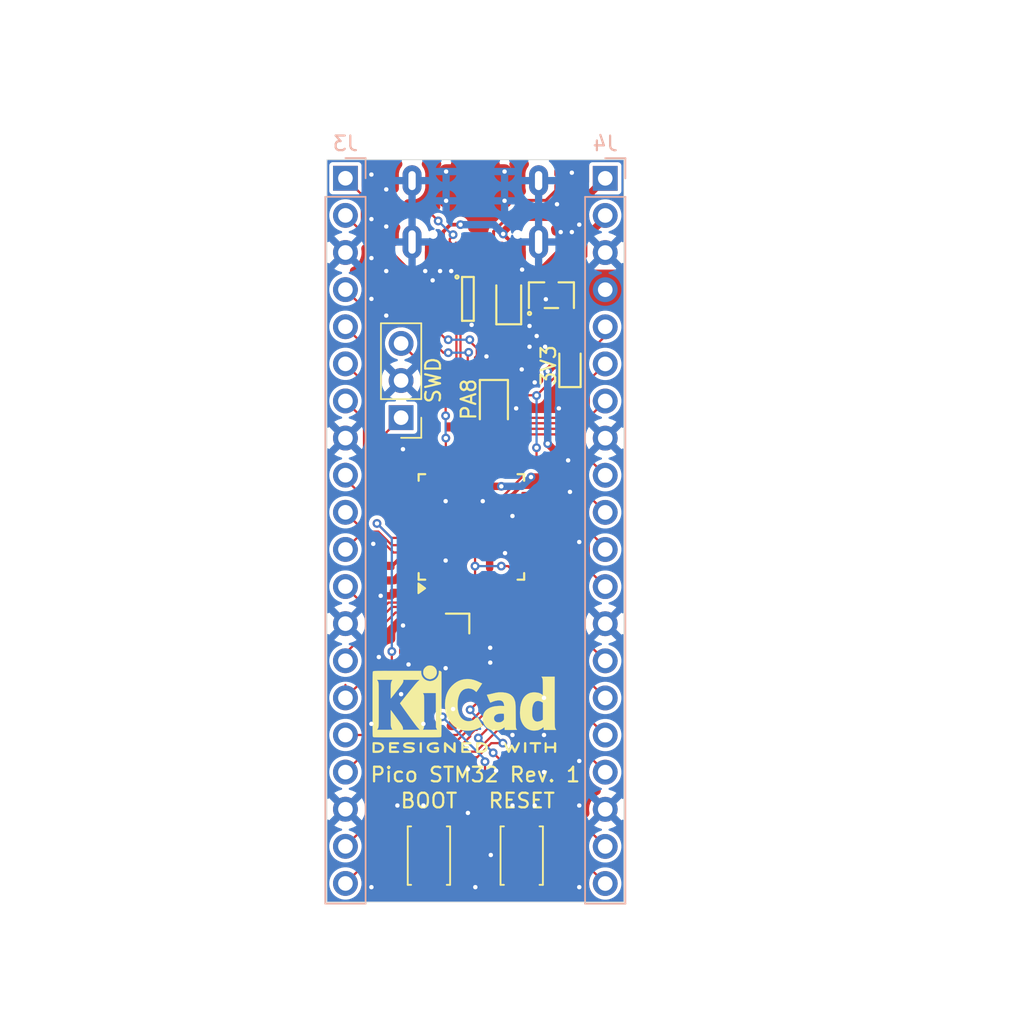
<source format=kicad_pcb>
(kicad_pcb
	(version 20241229)
	(generator "pcbnew")
	(generator_version "9.0")
	(general
		(thickness 1.69)
		(legacy_teardrops no)
	)
	(paper "A4")
	(title_block
		(title "Pico STM32")
		(date "2025-09-05")
		(rev "1")
		(comment 1 "Copyright (c) 2025 Matthias Blankertz")
		(comment 2 "CC BY-SA 4.0")
	)
	(layers
		(0 "F.Cu" signal)
		(2 "B.Cu" mixed)
		(9 "F.Adhes" user "F.Adhesive")
		(11 "B.Adhes" user "B.Adhesive")
		(13 "F.Paste" user)
		(15 "B.Paste" user)
		(5 "F.SilkS" user "F.Silkscreen")
		(1 "F.Mask" user)
		(3 "B.Mask" user)
		(17 "Dwgs.User" user "User.Drawings")
		(19 "Cmts.User" user "User.Comments")
		(21 "Eco1.User" user "User.Eco1")
		(23 "Eco2.User" user "User.Eco2")
		(25 "Edge.Cuts" user)
		(27 "Margin" user)
		(31 "F.CrtYd" user "F.Courtyard")
		(29 "B.CrtYd" user "B.Courtyard")
		(35 "F.Fab" user)
		(33 "B.Fab" user)
		(39 "User.1" user)
		(41 "User.2" user)
		(43 "User.3" user)
		(45 "User.4" user)
	)
	(setup
		(stackup
			(layer "F.SilkS"
				(type "Top Silk Screen")
			)
			(layer "F.Paste"
				(type "Top Solder Paste")
			)
			(layer "F.Mask"
				(type "Top Solder Mask")
				(thickness 0.01)
			)
			(layer "F.Cu"
				(type "copper")
				(thickness 0.035)
			)
			(layer "dielectric 1"
				(type "core")
				(thickness 1.6)
				(material "FR4")
				(epsilon_r 4.5)
				(loss_tangent 0.02)
			)
			(layer "B.Cu"
				(type "copper")
				(thickness 0.035)
			)
			(layer "B.Mask"
				(type "Bottom Solder Mask")
				(thickness 0.01)
			)
			(layer "B.Paste"
				(type "Bottom Solder Paste")
			)
			(copper_finish "HAL SnPb")
			(dielectric_constraints no)
		)
		(pad_to_mask_clearance 0)
		(allow_soldermask_bridges_in_footprints no)
		(tenting front back)
		(pcbplotparams
			(layerselection 0x00000000_00000000_55555555_5755f57f)
			(plot_on_all_layers_selection 0x00000000_00000000_00000000_00000000)
			(disableapertmacros no)
			(usegerberextensions no)
			(usegerberattributes yes)
			(usegerberadvancedattributes yes)
			(creategerberjobfile yes)
			(dashed_line_dash_ratio 12.000000)
			(dashed_line_gap_ratio 3.000000)
			(svgprecision 4)
			(plotframeref no)
			(mode 1)
			(useauxorigin no)
			(hpglpennumber 1)
			(hpglpenspeed 20)
			(hpglpendiameter 15.000000)
			(pdf_front_fp_property_popups yes)
			(pdf_back_fp_property_popups yes)
			(pdf_metadata yes)
			(pdf_single_document no)
			(dxfpolygonmode yes)
			(dxfimperialunits yes)
			(dxfusepcbnewfont yes)
			(psnegative no)
			(psa4output no)
			(plot_black_and_white yes)
			(sketchpadsonfab no)
			(plotpadnumbers no)
			(hidednponfab no)
			(sketchdnponfab yes)
			(crossoutdnponfab yes)
			(subtractmaskfromsilk yes)
			(outputformat 1)
			(mirror no)
			(drillshape 0)
			(scaleselection 1)
			(outputdirectory "")
		)
	)
	(net 0 "")
	(net 1 "GND")
	(net 2 "VBUS")
	(net 3 "+3.3V")
	(net 4 "unconnected-(J1-SBU1-PadA8)")
	(net 5 "unconnected-(J1-SBU2-PadB8)")
	(net 6 "Net-(U1-PD0)")
	(net 7 "Net-(U1-PD1)")
	(net 8 "Net-(J1-CC1)")
	(net 9 "Net-(J1-CC2)")
	(net 10 "/PA9_USART1TX")
	(net 11 "/PA10_USART1RX")
	(net 12 "/BOOT0")
	(net 13 "/PA15")
	(net 14 "/PB4")
	(net 15 "/PB2_BOOT1")
	(net 16 "/PB3")
	(net 17 "/PB5")
	(net 18 "/PB8")
	(net 19 "/PB9")
	(net 20 "/PB7")
	(net 21 "/PB6")
	(net 22 "/PC14")
	(net 23 "+5V")
	(net 24 "/PA14_SWCLK")
	(net 25 "/PA13_SWDIO")
	(net 26 "/USB_D_P")
	(net 27 "/USB_D_N")
	(net 28 "/PA3")
	(net 29 "/PA4")
	(net 30 "/PA0")
	(net 31 "/PA1")
	(net 32 "/PA6")
	(net 33 "/PA8")
	(net 34 "/PA2")
	(net 35 "/PA7")
	(net 36 "/PA5")
	(net 37 "/PC15")
	(net 38 "/PC13")
	(net 39 "/PB10")
	(net 40 "/PB15")
	(net 41 "/PB11")
	(net 42 "/PB13")
	(net 43 "/PB14")
	(net 44 "/PB12")
	(net 45 "/PB1")
	(net 46 "/PB0")
	(net 47 "/nRST")
	(net 48 "Net-(D1-Pad1)")
	(net 49 "Net-(C10-Pad2)")
	(net 50 "Net-(D4-Pad1)")
	(footprint "PCM_JLCPCB:SOT-143-4_L2.9-W1.3-P1.90-LS2.4-BL-1" (layer "F.Cu") (at 156.972 65.405 -90))
	(footprint "PCM_JLCPCB:C_0402" (layer "F.Cu") (at 151.638 84.1756 90))
	(footprint "PCM_JLCPCB:TYPE-C-SMD_HX-TYPE-C-16PIN" (layer "F.Cu") (at 157.48 59.69 180))
	(footprint "PCM_JLCPCB:C_0402" (layer "F.Cu") (at 152.570001 89.036 -90))
	(footprint "PCM_JLCPCB:D_0805" (layer "F.Cu") (at 158.75 72.644 -90))
	(footprint "PCM_JLCPCB:R_0402" (layer "F.Cu") (at 156.718 101.981 -90))
	(footprint "PCM_JLCPCB:LQFP-48_7x7mm_P0.5mm" (layer "F.Cu") (at 157.210592 81.010592 90))
	(footprint "PCM_JLCPCB:C_0402" (layer "F.Cu") (at 152.4 85.5472 180))
	(footprint "PCM_JLCPCB:R_0402" (layer "F.Cu") (at 155.194 74.168))
	(footprint "PCM_JLCPCB:R_0402" (layer "F.Cu") (at 163.195 57.277 90))
	(footprint "PCM_JLCPCB:OSC-SMD_4P-L3.2-W2.5-BL" (layer "F.Cu") (at 155.067 88.646 180))
	(footprint "PCM_JLCPCB:C_0402" (layer "F.Cu") (at 153.416 76.2 90))
	(footprint "PCM_JLCPCB:SOT-23-3_L2.9-W1.6-P1.90-LS2.8-BR" (layer "F.Cu") (at 162.687 65.151 -90))
	(footprint "PCM_JLCPCB:SW_TS-1088-AR02016" (layer "F.Cu") (at 160.655 103.505 90))
	(footprint "PCM_JLCPCB:C_0402" (layer "F.Cu") (at 157.611201 89.789 90))
	(footprint "PCM_JLCPCB:D_SOD-323" (layer "F.Cu") (at 159.766 65.532 90))
	(footprint "PCM_JLCPCB:C_0402" (layer "F.Cu") (at 163.068 78.105 -90))
	(footprint "PCM_JLCPCB:C_0402" (layer "F.Cu") (at 160.655 71.501 -90))
	(footprint "Symbol:KiCad-Logo2_5mm_SilkScreen"
		(layer "F.Cu")
		(uuid "8bdabd8e-de49-470d-a182-d595815bb16e")
		(at 156.722201 93.472)
		(descr "KiCad Logo")
		(tags "Logo KiCad")
		(property "Reference" "REF**"
			(at 0 -5.08 0)
			(layer "F.SilkS")
			(hide yes)
			(uuid "115888e8-a942-49fa-9823-f6fcb10a4576")
			(effects
				(font
					(size 1 1)
					(thickness 0.15)
				)
			)
		)
		(property "Value" "KiCad-Logo2_5mm_SilkScreen"
			(at 0 5.08 0)
			(layer "F.Fab")
			(hide yes)
			(uuid "8844ef9d-fee1-455d-be66-3b6852d24d67")
			(effects
				(font
					(size 1 1)
					(thickness 0.15)
				)
			)
		)
		(property "Datasheet" ""
			(at 0 0 0)
			(unlocked yes)
			(layer "F.Fab")
			(hide yes)
			(uuid "240cc77e-95fb-4ebc-9e74-91de1cf4430c")
			(effects
				(font
					(size 1.27 1.27)
					(thickness 0.15)
				)
			)
		)
		(property "Description" ""
			(at 0 0 0)
			(unlocked yes)
			(layer "F.Fab")
			(hide yes)
			(uuid "4dda8c0a-4102-42cf-9291-1e393cb2b8f6")
			(effects
				(font
					(size 1.27 1.27)
					(thickness 0.15)
				)
			)
		)
		(attr board_only exclude_from_pos_files exclude_from_bom allow_missing_courtyard)
		(fp_poly
			(pts
				(xy 4.188614 2.275877) (xy 4.212327 2.290647) (xy 4.238978 2.312227) (xy 4.238978 2.633773) (xy 4.238893 2.72783)
				(xy 4.238529 2.801932) (xy 4.237724 2.858704) (xy 4.236313 2.900768) (xy 4.234133 2.930748) (xy 4.231021 2.951267)
				(xy 4.226814 2.964949) (xy 4.221348 2.974416) (xy 4.217472 2.979082) (xy 4.186034 2.999575) (xy 4.150233 2.998739)
				(xy 4.118873 2.981264) (xy 4.092222 2.959684) (xy 4.092222 2.312227) (xy 4.118873 2.290647) (xy 4.144594 2.274949)
				(xy 4.1656 2.269067) (xy 4.188614 2.275877)
			)
			(stroke
				(width 0.01)
				(type solid)
			)
			(fill yes)
			(layer "F.SilkS")
			(uuid "9cb7c89e-3ed4-4f15-9d01-428f9f2f6f1c")
		)
		(fp_poly
			(pts
				(xy -2.923822 2.291645) (xy -2.917242 2.299218) (xy -2.912079 2.308987) (xy -2.908164 2.323571)
				(xy -2.905324 2.345585) (xy -2.903387 2.377648) (xy -2.902183 2.422375) (xy -2.901539 2.482385)
				(xy -2.901284 2.560294) (xy -2.901245 2.635956) (xy -2.901314 2.729802) (xy -2.901638 2.803689)
				(xy -2.902386 2.860232) (xy -2.903732 2.902049) (xy -2.905846 2.931757) (xy -2.9089 2.951973) (xy -2.913066 2.965314)
				(xy -2.918516 2.974398) (xy -2.923822 2.980267) (xy -2.956826 2.999947) (xy -2.991991 2.998181)
				(xy -3.023455 2.976717) (xy -3.030684 2.968337) (xy -3.036334 2.958614) (xy -3.040599 2.944861)
				(xy -3.043673 2.924389) (xy -3.045752 2.894512) (xy -3.04703 2.852541) (xy -3.047701 2.795789) (xy -3.047959 2.721567)
				(xy -3.048 2.637537) (xy -3.048 2.324485) (xy -3.020291 2.296776) (xy -2.986137 2.273463) (xy -2.953006 2.272623)
				(xy -2.923822 2.291645)
			)
			(stroke
				(width 0.01)
				(type solid)
			)
			(fill yes)
			(layer "F.SilkS")
			(uuid "d95d357a-1821-47b3-923a-c3b38f96bc98")
		)
		(fp_poly
			(pts
				(xy -2.273043 -2.973429) (xy -2.176768 -2.949191) (xy -2.090184 -2.906359) (xy -2.015373 -2.846581)
				(xy -1.954418 -2.771506) (xy -1.909399 -2.68278) (xy -1.883136 -2.58647) (xy -1.877286 -2.489205)
				(xy -1.89214 -2.395346) (xy -1.92584 -2.307489) (xy -1.976528 -2.22823) (xy -2.042345 -2.160164)
				(xy -2.121434 -2.105888) (xy -2.211934 -2.067998) (xy -2.2632 -2.055574) (xy -2.307698 -2.048053)
				(xy -2.341999 -2.045081) (xy -2.37496 -2.046906) (xy -2.415434 -2.053775) (xy -2.448531 -2.06075)
				(xy -2.541947 -2.092259) (xy -2.625619 -2.143383) (xy -2.697665 -2.212571) (xy -2.7562 -2.298272)
				(xy -2.770148 -2.325511) (xy -2.786586 -2.361878) (xy -2.796894 -2.392418) (xy -2.80246 -2.42455)
				(xy -2.804669 -2.465693) (xy -2.804948 -2.511778) (xy -2.800861 -2.596135) (xy -2.787446 -2.665414)
				(xy -2.762256 -2.726039) (xy -2.722846 -2.784433) (xy -2.684298 -2.828698) (xy -2.612406 -2.894516)
				(xy -2.537313 -2.939947) (xy -2.454562 -2.96715) (xy -2.376928 -2.977424) (xy -2.273043 -2.973429)
			)
			(stroke
				(width 0.01)
				(type solid)
			)
			(fill yes)
			(layer "F.SilkS")
			(uuid "cd45797a-b2be-45d2-ad8c-59bc220af130")
		)
		(fp_poly
			(pts
				(xy 4.963065 2.269163) (xy 5.041772 2.269542) (xy 5.102863 2.270333) (xy 5.148817 2.27167) (xy 5.182114 2.273683)
				(xy 5.205236 2.276506) (xy 5.220662 2.280269) (xy 5.230871 2.285105) (xy 5.235813 2.288822) (xy 5.261457 2.321358)
				(xy 5.264559 2.355138) (xy 5.248711 2.385826) (xy 5.238348 2.398089) (xy 5.227196 2.40645) (xy 5.211035 2.411657)
				(xy 5.185642 2.414457) (xy 5.146798 2.415596) (xy 5.09028 2.415821) (xy 5.07918 2.415822) (xy 4.933244 2.415822)
				(xy 4.933244 2.686756) (xy 4.933148 2.772154) (xy 4.932711 2.837864) (xy 4.931712 2.886774) (xy 4.929928 2.921773)
				(xy 4.927137 2.945749) (xy 4.923117 2.961593) (xy 4.917645 2.972191) (xy 4.910666 2.980267) (xy 4.877734 3.000112)
				(xy 4.843354 2.998548) (xy 4.812176 2.975906) (xy 4.809886 2.9731) (xy 4.802429 2.962492) (xy 4.796747 2.950081)
				(xy 4.792601 2.93285) (xy 4.78975 2.907784) (xy 4.787954 2.871867) (xy 4.786972 2.822083) (xy 4.786564 2.755417)
				(xy 4.786489 2.679589) (xy 4.786489 2.415822) (xy 4.647127 2.415822) (xy 4.587322 2.415418) (xy 4.545918 2.41384)
				(xy 4.518748 2.410547) (xy 4.501646 2.404992) (xy 4.490443 2.396631) (xy 4.489083 2.395178) (xy 4.472725 2.361939)
				(xy 4.474172 2.324362) (xy 4.492978 2.291645) (xy 4.50025 2.285298) (xy 4.509627 2.280266) (xy 4.523609 2.276396)
				(xy 4.544696 2.273537) (xy 4.575389 2.271535) (xy 4.618189 2.270239) (xy 4.675595 2.269498) (xy 4.75011 2.269158)
				(xy 4.844233 2.269068) (xy 4.86426 2.269067) (xy 4.963065 2.269163)
			)
			(stroke
				(width 0.01)
				(type solid)
			)
			(fill yes)
			(layer "F.SilkS")
			(uuid "f70c18ba-7a4e-4e16-b89d-808876ca0334")
		)
		(fp_poly
			(pts
				(xy 6.228823 2.274533) (xy 6.260202 2.296776) (xy 6.287911 2.324485) (xy 6.287911 2.63392) (xy 6.287838 2.725799)
				(xy 6.287495 2.79784) (xy 6.286692 2.85278) (xy 6.285241 2.89336) (xy 6.282952 2.922317) (xy 6.279636 2.942391)
				(xy 6.275105 2.956321) (xy 6.269169 2.966845) (xy 6.264514 2.9731) (xy 6.233783 2.997673) (xy 6.198496 3.000341)
				(xy 6.166245 2.985271) (xy 6.155588 2.976374) (xy 6.148464 2.964557) (xy 6.144167 2.945526) (xy 6.141991 2.914992)
				(xy 6.141228 2.868662) (xy 6.141155 2.832871) (xy 6.141155 2.698045) (xy 5.644444 2.698045) (xy 5.644444 2.8207)
				(xy 5.643931 2.876787) (xy 5.641876 2.915333) (xy 5.637508 2.941361) (xy 5.630056 2.959897) (xy 5.621047 2.9731)
				(xy 5.590144 2.997604) (xy 5.555196 3.000506) (xy 5.521738 2.983089) (xy 5.512604 2.973959) (xy 5.506152 2.961855)
				(xy 5.501897 2.943001) (xy 5.499352 2.91362) (xy 5.498029 2.869937) (xy 5.497443 2.808175) (xy 5.497375 2.794)
				(xy 5.496891 2.677631) (xy 5.496641 2.581727) (xy 5.496723 2.504177) (xy 5.497231 2.442869) (xy 5.498262 2.39569)
				(xy 5.499913 2.36053) (xy 5.502279 2.335276) (xy 5.505457 2.317817) (xy 5.509544 2.306041) (xy 5.514634 2.297835)
				(xy 5.520266 2.291645) (xy 5.552128 2.271844) (xy 5.585357 2.274533) (xy 5.616735 2.296776) (xy 5.629433 2.311126)
				(xy 5.637526 2.326978) (xy 5.642042 2.349554) (xy 5.644006 2.384078) (xy 5.644444 2.435776) (xy 5.644444 2.551289)
				(xy 6.141155 2.551289) (xy 6.141155 2.432756) (xy 6.141662 2.378148) (xy 6.143698 2.341275) (xy 6.148035 2.317307)
				(xy 6.155447 2.301415) (xy 6.163733 2.291645) (xy 6.195594 2.271844) (xy 6.228823 2.274533)
			)
			(stroke
				(width 0.01)
				(type solid)
			)
			(fill yes)
			(layer "F.SilkS")
			(uuid "5b5bc0b3-ae28-49cd-a9a0-3f334ee946ae")
		)
		(fp_poly
			(pts
				(xy 1.018309 2.269275) (xy 1.147288 2.273636) (xy 1.256991 2.286861) (xy 1.349226 2.309741) (xy 1.425802 2.34307)
				(xy 1.488527 2.387638) (xy 1.539212 2.444236) (xy 1.579663 2.513658) (xy 1.580459 2.515351) (xy 1.604601 2.577483)
				(xy 1.613203 2.632509) (xy 1.606231 2.687887) (xy 1.583654 2.751073) (xy 1.579372 2.760689) (xy 1.550172 2.816966)
				(xy 1.517356 2.860451) (xy 1.475002 2.897417) (xy 1.41719 2.934135) (xy 1.413831 2.936052) (xy 1.363504 2.960227)
				(xy 1.306621 2.978282) (xy 1.239527 2.990839) (xy 1.158565 2.998522) (xy 1.060082 3.001953) (xy 1.025286 3.002251)
				(xy 0.859594 3.002845) (xy 0.836197 2.9731) (xy 0.829257 2.963319) (xy 0.823842 2.951897) (xy 0.819765 2.936095)
				(xy 0.816837 2.913175) (xy 0.814867 2.880396) (xy 0.814225 2.856089) (xy 0.970844 2.856089) (xy 1.064726 2.856089)
				(xy 1.119664 2.854483) (xy 1.17606 2.850255) (xy 1.222345 2.844292) (xy 1.225139 2.84379) (xy 1.307348 2.821736)
				(xy 1.371114 2.7886) (xy 1.418452 2.742847) (xy 1.451382 2.682939) (xy 1.457108 2.667061) (xy 1.462721 2.642333)
				(xy 1.460291 2.617902) (xy 1.448467 2.5854) (xy 1.44134 2.569434) (xy 1.418 2.527006) (xy 1.38988 2.49724)
				(xy 1.35894 2.476511) (xy 1.296966 2.449537) (xy 1.217651 2.429998) (xy 1.125253 2.418746) (xy 1.058333 2.41627)
				(xy 0.970844 2.415822) (xy 0.970844 2.856089) (xy 0.814225 2.856089) (xy 0.813668 2.835021) (xy 0.81305 2.774311)
				(xy 0.812825 2.695526) (xy 0.8128 2.63392) (xy 0.8128 2.324485) (xy 0.840509 2.296776) (xy 0.852806 2.285544)
				(xy 0.866103 2.277853) (xy 0.884672 2.27304) (xy 0.912786 2.270446) (xy 0.954717 2.26941) (xy 1.014737 2.26927)
				(xy 1.018309 2.269275)
			)
			(stroke
				(width 0.01)
				(type solid)
			)
			(fill yes)
			(layer "F.SilkS")
			(uuid "78ac23c9-6604-4c1e-9a2a-de8e8d3cc8f4")
		)
		(fp_poly
			(pts
				(xy -6.121371 2.269066) (xy -6.081889 2.269467) (xy -5.9662 2.272259) (xy -5.869311 2.28055) (xy -5.787919 2.295232)
				(xy -5.718723 2.317193) (xy -5.65842 2.347322) (xy -5.603708 2.38651) (xy -5.584167 2.403532) (xy -5.55175 2.443363)
				(xy -5.52252 2.497413) (xy -5.499991 2.557323) (xy -5.487679 2.614739) (xy -5.4864 2.635956) (xy -5.494417 2.694769)
				(xy -5.515899 2.759013) (xy -5.546999 2.819821) (xy -5.583866 2.86833) (xy -5.589854 2.874182) (xy -5.640579 2.915321)
				(xy -5.696125 2.947435) (xy -5.759696 2.971365) (xy -5.834494 2.987953) (xy -5.923722 2.998041)
				(xy -6.030582 3.002469) (xy -6.079528 3.002845) (xy -6.141762 3.002545) (xy -6.185528 3.001292)
				(xy -6.214931 2.998554) (xy -6.234079 2.993801) (xy -6.247077 2.986501) (xy -6.254045 2.980267)
				(xy -6.260626 2.972694) (xy -6.265788 2.962924) (xy -6.269703 2.94834) (xy -6.272543 2.926326) (xy -6.27448 2.894264)
				(xy -6.275684 2.849536) (xy -6.276328 2.789526) (xy -6.276583 2.711617) (xy -6.276622 2.635956)
				(xy -6.27687 2.535041) (xy -6.276817 2.454427) (xy -6.275857 2.415822) (xy -6.129867 2.415822) (xy -6.129867 2.856089)
				(xy -6.036734 2.856004) (xy -5.980693 2.854396) (xy -5.921999 2.850256) (xy -5.873028 2.844464)
				(xy -5.871538 2.844226) (xy -5.792392 2.82509) (xy -5.731002 2.795287) (xy -5.684305 2.752878) (xy -5.654635 2.706961)
				(xy -5.636353 2.656026) (xy -5.637771 2.6082) (xy -5.658988 2.556933) (xy -5.700489 2.503899) (xy -5.757998 2.4646)
				(xy -5.83275 2.438331) (xy -5.882708 2.429035) (xy -5.939416 2.422507) (xy -5.999519 2.417782) (xy -6.050639 2.415817)
				(xy -6.053667 2.415808) (xy -6.129867 2.415822) (xy -6.275857 2.415822) (xy -6.27526 2.391851) (xy -6.270998 2.345055)
				(xy -6.26283 2.311778) (xy -6.249556 2.289759) (xy -6.229974 2.276739) (xy -6.202883 2.270457) (xy -6.167082 2.268653)
				(xy -6.121371 2.269066)
			)
			(stroke
				(width 0.01)
				(type solid)
			)
			(fill yes)
			(layer "F.SilkS")
			(uuid "1c359cdb-10e1-443f-b853-dcd5a6d1ad9f")
		)
		(fp_poly
			(pts
				(xy -1.300114 2.273448) (xy -1.276548 2.287273) (xy -1.245735 2.309881) (xy -1.206078 2.342338)
				(xy -1.15598 2.385708) (xy -1.093843 2.441058) (xy -1.018072 2.509451) (xy -0.931334 2.588084) (xy -0.750711 2.751878)
				(xy -0.745067 2.532029) (xy -0.743029 2.456351) (xy -0.741063 2.399994) (xy -0.738734 2.359706)
				(xy -0.735606 2.332235) (xy -0.731245 2.314329) (xy -0.725216 2.302737) (xy -0.717084 2.294208)
				(xy -0.712772 2.290623) (xy -0.678241 2.27167) (xy -0.645383 2.274441) (xy -0.619318 2.290633) (xy -0.592667 2.312199)
				(xy -0.589352 2.627151) (xy -0.588435 2.719779) (xy -0.587968 2.792544) (xy -0.588113 2.848161)
				(xy -0.589032 2.889342) (xy -0.590887 2.918803) (xy -0.593839 2.939255) (xy -0.59805 2.953413) (xy -0.603682 2.963991)
				(xy -0.609927 2.972474) (xy -0.623439 2.988207) (xy -0.636883 2.998636) (xy -0.652124 3.002639)
				(xy -0.671026 2.999094) (xy -0.695455 2.986879) (xy -0.727273 2.964871) (xy -0.768348 2.931949)
				(xy -0.820542 2.886991) (xy -0.885722 2.828875) (xy -0.959556 2.762099) (xy -1.224845 2.521458)
				(xy -1.230489 2.740589) (xy -1.232531 2.816128) (xy -1.234502 2.872354) (xy -1.236839 2.912524)
				(xy -1.239981 2.939896) (xy -1.244364 2.957728) (xy -1.250424 2.969279) (xy -1.2586 2.977807) (xy -1.262784 2.981282)
				(xy -1.299765 3.000372) (xy -1.334708 2.997493) (xy -1.365136 2.9731) (xy -1.372097 2.963286) (xy -1.377523 2.951826)
				(xy -1.381603 2.935968) (xy -1.384529 2.912963) (xy -1.386492 2.880062) (xy -1.387683 2.834516)
				(xy -1.388292 2.773573) (xy -1.388511 2.694486) (xy -1.388534 2.635956) (xy -1.38846 2.544407) (xy -1.388113 2.472687)
				(xy -1.387301 2.418045) (xy -1.385833 2.377732) (xy -1.383519 2.348998) (xy -1.380167 2.329093)
				(xy -1.375588 2.315268) (xy -1.369589 2.304772) (xy -1.365136 2.298811) (xy -1.35385 2.284691) (xy -1.343301 2.274029)
				(xy -1.331893 2.267892) (xy -1.31803 2.267343) (xy -1.300114 2.273448)
			)
			(stroke
				(width 0.01)
				(type solid)
			)
			(fill yes)
			(layer "F.SilkS")
			(uuid "52a7964d-ac4e-44fb-a7d2-57ddd9b74038")
		)
		(fp_poly
			(pts
				(xy -1.950081 2.274599) (xy -1.881565 2.286095) (xy -1.828943 2.303967) (xy -1.794708 2.327499)
				(xy -1.785379 2.340924) (xy -1.775893 2.372148) (xy -1.782277 2.400395) (xy -1.80243 2.427182) (xy -1.833745 2.439713)
				(xy -1.879183 2.438696) (xy -1.914326 2.431906) (xy -1.992419 2.418971) (xy -2.072226 2.417742)
				(xy -2.161555 2.428241) (xy -2.186229 2.43269) (xy -2.269291 2.456108) (xy -2.334273 2.490945) (xy -2.380461 2.536604)
				(xy -2.407145 2.592494) (xy -2.412663 2.621388) (xy -2.409051 2.680012) (xy -2.385729 2.731879)
				(xy -2.344824 2.775978) (xy -2.288459 2.811299) (xy -2.21876 2.836829) (xy -2.137852 2.851559) (xy -2.04786 2.854478)
				(xy -1.95091 2.844575) (xy -1.945436 2.843641) (xy -1.906875 2.836459) (xy -1.885494 2.829521) (xy -1.876227 2.819227)
				(xy -1.874006 2.801976) (xy -1.873956 2.792841) (xy -1.873956 2.754489) (xy -1.942431 2.754489)
				(xy -2.0029 2.750347) (xy -2.044165 2.737147) (xy -2.068175 2.71373) (xy -2.076877 2.678936) (xy -2.076983 2.674394)
				(xy -2.071892 2.644654) (xy -2.054433 2.623419) (xy -2.021939 2.609366) (xy -1.971743 2.601173)
				(xy -1.923123 2.598161) (xy -1.852456 2.596433) (xy -1.801198 2.59907) (xy -1.766239 2.6088) (xy -1.74447 2.628353)
				(xy -1.73278 2.660456) (xy -1.72806 2.707838) (xy -1.7272 2.770071) (xy -1.728609 2.839535) (xy -1.732848 2.886786)
				(xy -1.739936 2.912012) (xy -1.741311 2.913988) (xy -1.780228 2.945508) (xy -1.837286 2.97047) (xy -1.908869 2.98834)
				(xy -1.991358 2.998586) (xy -2.081139 3.000673) (xy -2.174592 2.994068) (xy -2.229556 2.985956)
				(xy -2.315766 2.961554) (xy -2.395892 2.921662) (xy -2.462977 2.869887) (xy -2.473173 2.859539)
				(xy -2.506302 2.816035) (xy -2.536194 2.762118) (xy -2.559357 2.705592) (xy -2.572298 2.654259)
				(xy -2.573858 2.634544) (xy -2.567218 2.593419) (xy -2.549568 2.542252) (xy -2.524297 2.488394)
				(xy -2.494789 2.439195) (xy -2.468719 2.406334) (xy -2.407765 2.357452) (xy -2.328969 2.318545)
				(xy -2.235157 2.290494) (xy -2.12915 2.274179) (xy -2.032 2.270192) (xy -1.950081 2.274599)
			)
			(stroke
				(width 0.01)
				(type solid)
			)
			(fill yes)
			(layer "F.SilkS")
			(uuid "7691cfbd-3083-4c6d-b59f-c92a2e6819bb")
		)
		(fp_poly
			(pts
				(xy 0.230343 2.26926) (xy 0.306701 2.270174) (xy 0.365217 2.272311) (xy 0.408255 2.276175) (xy 0.438183 2.282267)
				(xy 0.457368 2.29109) (xy 0.468176 2.303146) (xy 0.472973 2.318939) (xy 0.474127 2.33897) (xy 0.474133 2.341335)
				(xy 0.473131 2.363992) (xy 0.468396 2.381503) (xy 0.457333 2.394574) (xy 0.437348 2.403913) (xy 0.405846 2.410227)
				(xy 0.360232 2.414222) (xy 0.297913 2.416606) (xy 0.216293 2.418086) (xy 0.191277 2.418414) (xy -0.0508 2.421467)
				(xy -0.054186 2.486378) (xy -0.057571 2.551289) (xy 0.110576 2.551289) (xy 0.176266 2.551531) (xy 0.223172 2.552556)
				(xy 0.255083 2.554811) (xy 0.275791 2.558742) (xy 0.289084 2.564798) (xy 0.298755 2.573424) (xy 0.298817 2.573493)
				(xy 0.316356 2.607112) (xy 0.315722 2.643448) (xy 0.297314 2.674423) (xy 0.293671 2.677607) (xy 0.280741 2.685812)
				(xy 0.263024 2.691521) (xy 0.23657 2.695162) (xy 0.197432 2.697167) (xy 0.141662 2.697964) (xy 0.105994 2.698045)
				(xy -0.056445 2.698045) (xy -0.056445 2.856089) (xy 0.190161 2.856089) (xy 0.27158 2.856231) (xy 0.33341 2.856814)
				(xy 0.378637 2.858068) (xy 0.410248 2.860227) (xy 0.431231 2.863523) (xy 0.444573 2.868189) (xy 0.453261 2.874457)
				(xy 0.45545 2.876733) (xy 0.471614 2.90828) (xy 0.472797 2.944168) (xy 0.459536 2.975285) (xy 0.449043 2.985271)
				(xy 0.438129 2.990769) (xy 0.421217 2.995022) (xy 0.395633 2.99818) (xy 0.358701 3.000392) (xy 0.307746 3.001806)
				(xy 0.240094 3.002572) (xy 0.153069 3.002838) (xy 0.133394 3.002845) (xy 0.044911 3.002787) (xy -0.023773 3.002467)
				(xy -0.075436 3.001667) (xy -0.112855 3.000167) (xy -0.13881 2.997749) (xy -0.156078 2.994194) (xy -0.167438 2.989282)
				(xy -0.175668 2.982795) (xy -0.180183 2.978138) (xy -0.186979 2.969889) (xy -0.192288 2.959669)
				(xy -0.196294 2.9448) (xy -0.199179 2.922602) (xy -0.201126 2.890393) (xy -0.202319 2.845496) (xy -0.202939 2.785228)
				(xy -0.203171 2.706911) (xy -0.2032 2.640994) (xy -0.203129 2.548628) (xy -0.202792 2.476117) (xy -0.202002 2.420737)
				(xy -0.200574 2.379765) (xy -0.198321 2.350478) (xy -0.195057 2.330153) (xy -0.190596 2.316066)
				(xy -0.184752 2.305495) (xy -0.179803 2.298811) (xy -0.156406 2.269067) (xy 0.133774 2.269067) (xy 0.230343 2.26926)
			)
			(stroke
				(width 0.01)
				(type solid)
			)
			(fill yes)
			(layer "F.SilkS")
			(uuid "61991b7c-277c-4795-98e8-efba23b5e7c9")
		)
		(fp_poly
			(pts
				(xy -4.712794 2.269146) (xy -4.643386 2.269518) (xy -4.590997 2.270385) (xy -4.552847 2.271946)
				(xy -4.526159 2.274403) (xy -4.508153 2.277957) (xy -4.496049 2.28281) (xy -4.487069 2.289161) (xy -4.483818 2.292084)
				(xy -4.464043 2.323142) (xy -4.460482 2.358828) (xy -4.473491 2.39051) (xy -4.479506 2.396913) (xy -4.489235 2.403121)
				(xy -4.504901 2.40791) (xy -4.529408 2.411514) (xy -4.565661 2.414164) (xy -4.616565 2.416095) (xy -4.685026 2.417539)
				(xy -4.747617 2.418418) (xy -4.995334 2.421467) (xy -4.998719 2.486378) (xy -5.002105 2.551289)
				(xy -4.833958 2.551289) (xy -4.760959 2.551919) (xy -4.707517 2.554553) (xy -4.670628 2.560309)
				(xy -4.647288 2.570304) (xy -4.634494 2.585656) (xy -4.629242 2.607482) (xy -4.628445 2.627738)
				(xy -4.630923 2.652592) (xy -4.640277 2.670906) (xy -4.659383 2.683637) (xy -4.691118 2.691741)
				(xy -4.738359 2.696176) (xy -4.803983 2.697899) (xy -4.839801 2.698045) (xy -5.000978 2.698045)
				(xy -5.000978 2.856089) (xy -4.752622 2.856089) (xy -4.671213 2.856202) (xy -4.609342 2.856712)
				(xy -4.563968 2.85787) (xy -4.532054 2.85993) (xy -4.510559 2.863146) (xy -4.496443 2.867772) (xy -4.486668 2.874059)
				(xy -4.481689 2.878667) (xy -4.46461 2.90556) (xy -4.459111 2.929467) (xy -4.466963 2.958667) (xy -4.481689 2.980267)
				(xy -4.489546 2.987066) (xy -4.499688 2.992346) (xy -4.514844 2.996298) (xy -4.537741 2.999113)
				(xy -4.571109 3.000982) (xy -4.617675 3.002098) (xy -4.680167 3.002651) (xy -4.761314 3.002833)
				(xy -4.803422 3.002845) (xy -4.893598 3.002765) (xy -4.963924 3.002398) (xy -5.017129 3.001552)
				(xy -5.05594 3.000036) (xy -5.083087 2.997659) (xy -5.101298 2.994229) (xy -5.1133 2.989554) (xy -5.121822 2.983444)
				(xy -5.125156 2.980267) (xy -5.131755 2.97267) (xy -5.136927 2.96287) (xy -5.140846 2.948239) (xy -5.143684 2.926152)
				(xy -5.145615 2.893982) (xy -5.146812 2.849103) (xy -5.147448 2.788889) (xy -5.147697 2.710713)
				(xy -5.147734 2.637923) (xy -5.1477 2.544707) (xy -5.147465 2.471431) (xy -5.14683 2.415458) (xy -5.145594 2.374151)
				(xy -5.143556 2.344872) (xy -5.140517 2.324984) (xy -5.136277 2.31185) (xy -5.130635 2.302832) (xy -5.123391 2.295293)
				(xy -5.121606 2.293612) (xy -5.112945 2.286172) (xy -5.102882 2.280409) (xy -5.088625 2.276112)
				(xy -5.067383 2.273064) (xy -5.036364 2.271051) (xy -4.992777 2.26986) (xy -4.933831 2.269275) (xy -4.856734 2.269083)
				(xy -4.802001 2.269067) (xy -4.712794 2.269146)
			)
			(stroke
				(width 0.01)
				(type solid)
			)
			(fill yes)
			(layer "F.SilkS")
			(uuid "629445c9-0aa9-4c0b-a325-7f1fe5db9f6e")
		)
		(fp_poly
			(pts
				(xy 3.744665 2.271034) (xy 3.764255 2.278035) (xy 3.76501 2.278377) (xy 3.791613 2.298678) (xy 3.80627 2.319561)
				(xy 3.809138 2.329352) (xy 3.808996 2.342361) (xy 3.804961 2.360895) (xy 3.796146 2.387257) (xy 3.781669 2.423752)
				(xy 3.760645 2.472687) (xy 3.732188 2.536365) (xy 3.695415 2.617093) (xy 3.675175 2.661216) (xy 3.638625 2.739985)
				(xy 3.604315 2.812423) (xy 3.573552 2.87588) (xy 3.547648 2.927708) (xy 3.52791 2.965259) (xy 3.51565 2.985884)
				(xy 3.513224 2.988733) (xy 3.482183 3.001302) (xy 3.447121 2.999619) (xy 3.419 2.984332) (xy 3.417854 2.983089)
				(xy 3.406668 2.966154) (xy 3.387904 2.93317) (xy 3.363875 2.88838) (xy 3.336897 2.836032) (xy 3.327201 2.816742)
				(xy 3.254014 2.67015) (xy 3.17424 2.829393) (xy 3.145767 2.884415) (xy 3.11935 2.932132) (xy 3.097148 2.968893)
				(xy 3.081319 2.991044) (xy 3.075954 2.995741) (xy 3.034257 3.002102) (xy 2.999849 2.988733) (xy 2.989728 2.974446)
				(xy 2.972214 2.942692) (xy 2.948735 2.896597) (xy 2.92072 2.839285) (xy 2.889599 2.77388) (xy 2.856799 2.703507)
				(xy 2.82375 2.631291) (xy 2.791881 2.560355) (xy 2.762619 2.493825) (xy 2.737395 2.434826) (xy 2.717636 2.386481)
				(xy 2.704772 2.351915) (xy 2.700231 2.334253) (xy 2.700277 2.333613) (xy 2.711326 2.311388) (xy 2.73341 2.288753)
				(xy 2.73471 2.287768) (xy 2.761853 2.272425) (xy 2.786958 2.272574) (xy 2.796368 2.275466) (xy 2.807834 2.281718)
				(xy 2.82001 2.294014) (xy 2.834357 2.314908) (xy 2.852336 2.346949) (xy 2.875407 2.392688) (xy 2.90503 2.454677)
				(xy 2.931745 2.511898) (xy 2.96248 2.578226) (xy 2.990021 2.637874) (xy 3.012938 2.687725) (xy 3.029798 2.724664)
				(xy 3.039173 2.745573) (xy 3.04054 2.748845) (xy 3.046689 2.743497) (xy 3.060822 2.721109) (xy 3.081057 2.684946)
				(xy 3.105515 2.638277) (xy 3.115248 2.619022) (xy 3.148217 2.554004) (xy 3.173643 2.506654) (xy 3.193612 2.474219)
				(xy 3.21021 2.453946) (xy 3.225524 2.443082) (xy 3.24164 2.438875) (xy 3.252143 2.4384) (xy 3.27067 2.440042)
				(xy 3.286904 2.446831) (xy 3.303035 2.461566) (xy 3.321251 2.487044) (xy 3.343739 2.526061) (xy 3.372689 2.581414)
				(xy 3.388662 2.612903) (xy 3.41457 2.663087) (xy 3.437167 2.704704) (xy 3.454458 2.734242) (xy 3.46445 2.748189)
				(xy 3.465809 2.74877) (xy 3.472261 2.737793) (xy 3.486708 2.70929) (xy 3.507703 2.666244) (xy 3.533797 2.611638)
				(xy 3.563546 2.548454) (xy 3.57818 2.517071) (xy 3.61625 2.436078) (xy 3.646905 2.373756) (xy 3.671737 2.328071)
				(xy 3.692337 2.296989) (xy 3.710298 2.278478) (xy 3.72721 2.270504) (xy 3.744665 2.271034)
			)
			(stroke
				(width 0.01)
				(type solid)
			)
			(fill yes)
			(layer "F.SilkS")
			(uuid "82f2a07f-657c-4664-80cc-9b74a43794b0")
		)
		(fp_poly
			(pts
				(xy -3.691703 2.270351) (xy -3.616888 2.275581) (xy -3.547306 2.28375) (xy -3.487002 2.29455) (xy -3.44002 2.307673)
				(xy -3.410406 2.322813) (xy -3.40586 2.327269) (xy -3.390054 2.36185) (xy -3.394847 2.397351) (xy -3.419364 2.427725)
				(xy -3.420534 2.428596) (xy -3.434954 2.437954) (xy -3.450008 2.442876) (xy -3.471005 2.443473)
				(xy -3.503257 2.439861) (xy -3.552073 2.432154) (xy -3.556 2.431505) (xy -3.628739 2.422569) (xy -3.707217 2.418161)
				(xy -3.785927 2.418119) (xy -3.859361 2.422279) (xy -3.922011 2.430479) (xy -3.96837 2.442557) (xy -3.971416 2.443771)
				(xy -4.005048 2.462615) (xy -4.016864 2.481685) (xy -4.007614 2.500439) (xy -3.978047 2.518337)
				(xy -3.928911 2.534837) (xy -3.860957 2.549396) (xy -3.815645 2.556406) (xy -3.721456 2.569889)
				(xy -3.646544 2.582214) (xy -3.587717 2.594449) (xy -3.541785 2.607661) (xy -3.505555 2.622917)
				(xy -3.475838 2.641285) (xy -3.449442 2.663831) (xy -3.42823 2.685971) (xy -3.403065 2.716819) (xy -3.390681 2.743345)
				(xy -3.386808 2.776026) (xy -3.386667 2.787995) (xy -3.389576 2.827712) (xy -3.401202 2.857259)
				(xy -3.421323 2.883486) (xy -3.462216 2.923576) (xy -3.507817 2.954149) (xy -3.561513 2.976203)
				(xy -3.626692 2.990735) (xy -3.706744 2.998741) (xy -3.805057 3.001218) (xy -3.821289 3.001177)
				(xy -3.886849 2.999818) (xy -3.951866 2.99673) (xy -4.009252 2.992356) (xy -4.051922 2.98714) (xy -4.055372 2.986541)
				(xy -4.097796 2.976491) (xy -4.13378 2.963796) (xy -4.15415 2.95219) (xy -4.173107 2.921572) (xy -4.174427 2.885918)
				(xy -4.158085 2.854144) (xy -4.154429 2.850551) (xy -4.139315 2.839876) (xy -4.120415 2.835276)
				(xy -4.091162 2.836059) (xy -4.055651 2.840127) (xy -4.01597 2.843762) (xy -3.960345 2.846828) (xy -3.895406 2.849053)
				(xy -3.827785 2.850164) (xy -3.81 2.850237) (xy -3.742128 2.849964) (xy -3.692454 2.848646) (xy -3.65661 2.845827)
				(xy -3.630224 2.84105) (xy -3.608926 2.833857) (xy -3.596126 2.827867) (xy -3.568 2.811233) (xy -3.550068 2.796168)
				(xy -3.547447 2.791897) (xy -3.552976 2.774263) (xy -3.57926 2.757192) (xy -3.624478 2.741458) (xy -3.686808 2.727838)
				(xy -3.705171 2.724804) (xy -3.80109 2.709738) (xy -3.877641 2.697146) (xy -3.93778 2.686111) (xy -3.98446 2.67572)
				(xy -4.020637 2.665056) (xy -4.049265 2.653205) (xy -4.073298 2.639251) (xy -4.095692 2.622281)
				(xy -4.119402 2.601378) (xy -4.12738 2.594049) (xy -4.155353 2.566699) (xy -4.17016 2.545029) (xy -4.175952 2.520232)
				(xy -4.176889 2.488983) (xy -4.166575 2.427705) (xy -4.135752 2.37564) (xy -4.084595 2.332958) (xy -4.013283 2.299825)
				(xy -3.9624 2.284964) (xy -3.9071 2.275366) (xy -3.840853 2.269936) (xy -3.767706 2.268367) (xy -3.691703 2.270351)
			)
			(stroke
				(width 0.01)
				(type solid)
			)
			(fill yes)
			(layer "F.SilkS")
			(uuid "1981304d-b1ac-477c-b387-f2b055a39e36")
		)
		(fp_poly
			(pts
				(xy 0.328429 -2.050929) (xy 0.48857 -2.029755) (xy 0.65251 -1.989615) (xy 0.822313 -1.930111) (xy 1.000043 -1.850846)
				(xy 1.01131 -1.845301) (xy 1.069005 -1.817275) (xy 1.120552 -1.793198) (xy 1.162191 -1.774751) (xy 1.190162 -1.763614)
				(xy 1.199733 -1.761067) (xy 1.21895 -1.756059) (xy 1.223561 -1.751853) (xy 1.218458 -1.74142) (xy 1.202418 -1.715132)
				(xy 1.177288 -1.675743) (xy 1.144914 -1.626009) (xy 1.107143 -1.568685) (xy 1.065822 -1.506524)
				(xy 1.022798 -1.442282) (xy 0.979917 -1.378715) (xy 0.939026 -1.318575) (xy 0.901971 -1.26462) (xy 0.8706 -1.219603)
				(xy 0.846759 -1.186279) (xy 0.832294 -1.167403) (xy 0.830309 -1.165213) (xy 0.820191 -1.169862)
				(xy 0.79785 -1.187038) (xy 0.76728 -1.21356) (xy 0.751536 -1.228036) (xy 0.655047 -1.303318) (xy 0.548336 -1.358759)
				(xy 0.432832 -1.393859) (xy 0.309962 -1.40812) (xy 0.240561 -1.406949) (xy 0.119423 -1.389788) (xy 0.010205 -1.353906)
				(xy -0.087418 -1.299041) (xy -0.173772 -1.22493) (xy -0.249185 -1.131312) (xy -0.313982 -1.017924)
				(xy -0.351399 -0.931333) (xy -0.395252 -0.795634) (xy -0.427572 -0.64815) (xy -0.448443 -0.492686)
				(xy -0.457949 -0.333044) (xy -0.456173 -0.173027) (xy -0.443197 -0.016439) (xy -0.419106 0.132918)
				(xy -0.383982 0.27124) (xy -0.337908 0.394724) (xy -0.321627 0.428978) (xy -0.25338 0.543064) (xy -0.172921 0.639557)
				(xy -0.08143 0.71767) (xy 0.019911 0.776617) (xy 0.12992 0.815612) (xy 0.247415 0.833868) (xy 0.288883 0.835211)
				(xy 0.410441 0.82429) (xy 0.530878 0.791474) (xy 0.648666 0.737439) (xy 0.762277 0.662865) (xy 0.853685 0.584539)
				(xy 0.900215 0.540008) (xy 1.081483 0.837271) (xy 1.12658 0.911433) (xy 1.167819 0.979646) (xy 1.203735 1.039459)
				(xy 1.232866 1.08842) (xy 1.25375 1.124079) (xy 1.264924 1.143984) (xy 1.266375 1.147079) (xy 1.258146 1.156718)
				(xy 1.232567 1.173999) (xy 1.192873 1.197283) (xy 1.142297 1.224934) (xy 1.084074 1.255315) (xy 1.021437 1.28679)
				(xy 0.957621 1.317722) (xy 0.89586 1.346473) (xy 0.839388 1.371408) (xy 0.791438 1.390889) (xy 0.767986 1.399318)
				(xy 0.634221 1.437133) (xy 0.496327 1.462136) (xy 0.348622 1.47514) (xy 0.221833 1.477468) (xy 0.153878 1.476373)
				(xy 0.088277 1.474275) (xy 0.030847 1.471434) (xy -0.012597 1.468106) (xy -0.026702 1.466422) (xy -0.165716 1.437587)
				(xy -0.307243 1.392468) (xy -0.444725 1.33375) (xy -0.571606 1.26412) (xy -0.649111 1.211441) (xy -0.776519 1.103239)
				(xy -0.894822 0.976671) (xy -1.001828 0.834866) (xy -1.095348 0.680951) (xy -1.17319 0.518053) (xy -1.217044 0.400756)
				(xy -1.267292 0.217128) (xy -1.300791 0.022581) (xy -1.317551 -0.178675) (xy -1.317584 -0.382432)
				(xy -1.300899 -0.584479) (xy -1.267507 -0.780608) (xy -1.21742 -0.966609) (xy -1.213603 -0.978197)
				(xy -1.150719 -1.14025) (xy -1.073972 -1.288168) (xy -0.980758 -1.426135) (xy -0.868473 -1.558339)
				(xy -0.824608 -1.603601) (xy -0.688466 -1.727543) (xy -0.548509 -1.830085) (xy -0.402589 -1.912344)
				(xy -0.248558 -1.975436) (xy -0.084268 -2.020477) (xy 0.011289 -2.037967) (xy 0.170023 -2.053534)
				(xy 0.328429 -2.050929)
			)
			(stroke
				(width 0.01)
				(type solid)
			)
			(fill yes)
			(layer "F.SilkS")
			(uuid "841b0c79-d023-471a-831a-15b7b6d4c6d2")
		)
		(fp_poly
			(pts
				(xy 6.186507 -0.527755) (xy 6.186526 -0.293338) (xy 6.186552 -0.080397) (xy 6.186625 0.112168) (xy 6.186782 0.285459)
				(xy 6.187064 0.440576) (xy 6.187509 0.57862) (xy 6.188156 0.700692) (xy 6.189045 0.807894) (xy 6.190213 0.901326)
				(xy 6.191701 0.98209) (xy 6.193546 1.051286) (xy 6.195789 1.110015) (xy 6.198469 1.159379) (xy 6.201623 1.200478)
				(xy 6.205292 1.234413) (xy 6.209513 1.262286) (xy 6.214327 1.285198) (xy 6.219773 1.304249) (xy 6.225888 1.32054)
				(xy 6.232712 1.335173) (xy 6.240285 1.349249) (xy 6.248645 1.363868) (xy 6.253839 1.372974) (xy 6.288104 1.433689)
				(xy 5.429955 1.433689) (xy 5.429955 1.337733) (xy 5.429224 1.29437) (xy 5.427272 1.261205) (xy 5.424463 1.243424)
				(xy 5.423221 1.241778) (xy 5.411799 1.248662) (xy 5.389084 1.266505) (xy 5.366385 1.285879) (xy 5.3118 1.326614)
				(xy 5.242321 1.367617) (xy 5.16527 1.405123) (xy 5.087965 1.435364) (xy 5.057113 1.445012) (xy 4.988616 1.459578)
				(xy 4.905764 1.469539) (xy 4.816371 1.474583) (xy 4.728248 1.474396) (xy 4.649207 1.468666) (xy 4.611511 1.462858)
				(xy 4.473414 1.424797) (xy 4.346113 1.367073) (xy 4.230292 1.290211) (xy 4.126637 1.194739) (xy 4.035833 1.081179)
				(xy 3.969031 0.970381) (xy 3.914164 0.853625) (xy 3.872163 0.734276) (xy 3.842167 0.608283) (xy 3.823311 0.471594)
				(xy 3.814732 0.320158) (xy 3.814006 0.242711) (xy 3.8161 0.185934) (xy 4.645217 0.185934) (xy 4.645424 0.279002)
				(xy 4.648337 0.366692) (xy 4.654 0.443772) (xy 4.662455 0.505009) (xy 4.665038 0.51735) (xy 4.69684 0.624633)
				(xy 4.738498 0.711658) (xy 4.790363 0.778642) (xy 4.852781 0.825805) (xy 4.9261 0.853365) (xy 5.010669 0.861541)
				(xy 5.106835 0.850551) (xy 5.170311 0.834829) (xy 5.219454 0.816639) (xy 5.273583 0.790791) (xy 5.314244 0.767089)
				(xy 5.3848 0.720721) (xy 5.3848 -0.42947) (xy 5.317392 -0.473038) (xy 5.238867 -0.51396) (xy 5.154681 -0.540611)
				(xy 5.069557 -0.552535) (xy 4.988216 -0.549278) (xy 4.91538 -0.530385) (xy 4.883426 -0.514816) (xy 4.825501 -0.471819)
				(xy 4.776544 -0.415047) (xy 4.73539 -0.342425) (xy 4.700874 -0.251879) (xy 4.671833 -0.141334) (xy 4.670552 -0.135467)
				(xy 4.660381 -0.073212) (xy 4.652739 0.004594) (xy 4.64767 0.09272) (xy 4.645217 0.185934) (xy 3.8161 0.185934)
				(xy 3.821857 0.029895) (xy 3.843802 -0.165941) (xy 3.879786 -0.344668) (xy 3.929759 -0.506155) (xy 3.993668 -0.650274)
				(xy 4.071462 -0.776894) (xy 4.163089 -0.885885) (xy 4.268497 -0.977117) (xy 4.313662 -1.008068)
				(xy 4.414611 -1.064215) (xy 4.517901 -1.103826) (xy 4.627989 -1.127986) (xy 4.74933 -1.137781) (xy 4.841836 -1.136735)
				(xy 4.97149 -1.125769) (xy 5.084084 -1.103954) (xy 5.182875 -1.070286) (xy 5.271121 -1.023764) (xy 5.319986 -0.989552)
				(xy 5.349353 -0.967638) (xy 5.371043 -0.952667) (xy 5.379253 -0.948267) (xy 5.380868 -0.959096)
				(xy 5.382159 -0.989749) (xy 5.383138 -1.037474) (xy 5.383817 -1.099521) (xy 5.38421 -1.173138) (xy 5.38433 -1.255573)
				(xy 5.384188 -1.344075) (xy 5.383797 -1.435893) (xy 5.383171 -1.528276) (xy 5.38232 -1.618472) (xy 5.38126 -1.703729)
				(xy 5.380001 -1.781297) (xy 5.378556 -1.848424) (xy 5.376938 -1.902359) (xy 5.375161 -1.94035) (xy 5.374669 -1.947333)
				(xy 5.367092 -2.017749) (xy 5.355531 -2.072898) (xy 5.337792 -2.120019) (xy 5.311682 -2.166353)
				(xy 5.305415 -2.175933) (xy 5.280983 -2.212622) (xy 6.186311 -2.212622) (xy 6.186507 -0.527755)
			)
			(stroke
				(width 0.01)
				(type solid)
			)
			(fill yes)
			(layer "F.SilkS")
			(uuid "7f256547-c5e9-418e-83c9-1c4704dd6037")
		)
		(fp_poly
			(pts
				(xy 2.673574 -1.133448) (xy 2.825492 -1.113433) (xy 2.960756 -1.079798) (xy 3.080239 -1.032275)
				(xy 3.184815 -0.970595) (xy 3.262424 -0.907035) (xy 3.331265 -0.832901) (xy 3.385006 -0.753129)
				(xy 3.42791 -0.660909) (xy 3.443384 -0.617839) (xy 3.456244 -0.578858) (xy 3.467446 -0.542711) (xy 3.47712 -0.507566)
				(xy 3.485396 -0.47159) (xy 3.492403 -0.43295) (xy 3.498272 -0.389815) (xy 3.503131 -0.340351) (xy 3.50711 -0.282727)
				(xy 3.51034 -0.215109) (xy 3.512949 -0.135666) (xy 3.515067 -0.042564) (xy 3.516824 0.066027) (xy 3.518349 0.191942)
				(xy 3.519772 0.337012) (xy 3.521025 0.479778) (xy 3.522351 0.635968) (xy 3.523556 0.771239) (xy 3.524766 0.887246)
				(xy 3.526106 0.985645) (xy 3.5277 1.068093) (xy 3.529675 1.136246) (xy 3.532156 1.19176) (xy 3.535269 1.236292)
				(xy 3.539138 1.271498) (xy 3.543889 1.299034) (xy 3.549648 1.320556) (xy 3.556539 1.337722) (xy 3.564689 1.352186)
				(xy 3.574223 1.365606) (xy 3.585266 1.379638) (xy 3.589566 1.385071) (xy 3.605386 1.40791) (xy 3.612422 1.423463)
				(xy 3.612444 1.423922) (xy 3.601567 1.426121) (xy 3.570582 1.428147) (xy 3.521957 1.429942) (xy 3.458163 1.431451)
				(xy 3.381669 1.432616) (xy 3.294944 1.43338) (xy 3.200457 1.433686) (xy 3.18955 1.433689) (xy 2.766657 1.433689)
				(xy 2.763395 1.337622) (xy 2.760133 1.241556) (xy 2.698044 1.292543) (xy 2.600714 1.360057) (xy 2.490813 1.414749)
				(xy 2.404349 1.444978) (xy 2.335278 1.459666) (xy 2.251925 1.469659) (xy 2.162159 1.474646) (xy 2.073845 1.474313)
				(xy 1.994851 1.468351) (xy 1.958622 1.462638) (xy 1.818603 1.424776) (xy 1.692178 1.369932) (xy 1.58026 1.298924)
				(xy 1.483762 1.212568) (xy 1.4036 1.111679) (xy 1.340687 0.997076) (xy 1.296312 0.870984) (xy 1.283978 0.814401)
				(xy 1.276368 0.752202) (xy 1.272739 0.677363) (xy 1.272245 0.643467) (xy 1.27231 0.640282) (xy 2.032248 0.640282)
				(xy 2.041541 0.715333) (xy 2.069728 0.77916) (xy 2.118197 0.834798) (xy 2.123254 0.839211) (xy 2.171548 0.874037)
				(xy 2.223257 0.89662) (xy 2.283989 0.90854) (xy 2.359352 0.911383) (xy 2.377459 0.910978) (xy 2.431278 0.908325)
				(xy 2.471308 0.902909) (xy 2.506324 0.892745) (xy 2.545103 0.87585) (xy 2.555745 0.870672) (xy 2.616396 0.834844)
				(xy 2.663215 0.792212) (xy 2.675952 0.776973) (xy 2.720622 0.720462) (xy 2.720622 0.524586) (xy 2.720086 0.445939)
				(xy 2.718396 0.387988) (xy 2.715428 0.348875) (xy 2.711057 0.326741) (xy 2.706972 0.320274) (xy 2.691047 0.317111)
				(xy 2.657264 0.314488) (xy 2.61034 0.312655) (xy 2.554993 0.311857) (xy 2.546106 0.311842) (xy 2.42533 0.317096)
				(xy 2.32266 0.333263) (xy 2.236106 0.360961) (xy 2.163681 0.400808) (xy 2.108751 0.447758) (xy 2.064204 0.505645)
				(xy 2.03948 0.568693) (xy 2.032248 0.640282) (xy 1.27231 0.640282) (xy 1.274178 0.549712) (xy 1.282522 0.470812)
				(xy 1.298768 0.39959) (xy 1.324405 0.328864) (xy 1.348401 0.276493) (xy 1.40702 0.181196) (xy 1.485117 0.09317)
				(xy 1.580315 0.014017) (xy 1.690238 -0.05466) (xy 1.81251 -0.111259) (xy 1.944755 -0.154179) (xy 2.009422 -0.169118)
				(xy 2.145604 -0.191223) (xy 2.294049 -0.205806) (xy 2.445505 -0.212187) (xy 2.572064 -0.210555)
				(xy 2.73395 -0.203776) (xy 2.72653 -0.262755) (xy 2.707238 -0.361908) (xy 2.676104 -0.442628) (xy 2.632269 -0.505534)
				(xy 2.574871 -0.551244) (xy 2.503048 -0.580378) (xy 2.415941 -0.593553) (xy 2.312686 -0.591389)
				(xy 2.274711 -0.587388) (xy 2.13352 -0.56222) (xy 1.996707 -0.521186) (xy 1.902178 -0.483185) (xy 1.857018 -0.46381)
				(xy 1.818585 -0.44824) (xy 1.792234 -0.438595) (xy 1.784546 -0.436548) (xy 1.774802 -0.445626) (xy 1.758083 -0.474595)
				(xy 1.734232 -0.523783) (xy 1.703093 -0.593516) (xy 1.664507 -0.684121) (xy 1.65791 -0.699911) (xy 1.627853 -0.772228)
				(xy 1.600874 -0.837575) (xy 1.578136 -0.893094) (xy 1.560806 -0.935928) (xy 1.550048 -0.963219)
				(xy 1.546941 -0.972058) (xy 1.55694 -0.976813) (xy 1.583217 -0.98209) (xy 1.611489 -0.985769) (xy 1.641646 -0.990526)
				(xy 1.689433 -0.999972) (xy 1.750612 -1.01318) (xy 1.820946 -1.029224) (xy 1.896194 -1.04718) (xy 1.924755 -1.054203)
				(xy 2.029816 -1.079791) (xy 2.11748 -1.099853) (xy 2.192068 -1.115031) (xy 2.257903 -1.125965) (xy 2.319307 -1.133296)
				(xy 2.380602 -1.137665) (xy 2.44611 -1.139713) (xy 2.504128 -1.140111) (xy 2.673574 -1.133448)
			)
			(stroke
				(width 0.01)
				(type solid)
			)
			(fill yes)
			(layer "F.SilkS")
			(uuid "9f109be3-1a0c-491a-beef-149d4b8fda4b")
		)
		(fp_poly
			(pts
				(xy -2.9464 -2.510946) (xy -2.935535 -2.397007) (xy -2.903918 -2.289384) (xy -2.853015 -2.190385)
				(xy -2.784293 -2.102316) (xy -2.699219 -2.027484) (xy -2.602232 -1.969616) (xy -2.495964 -1.929995)
				(xy -2.38895 -1.911427) (xy -2.2833 -1.912566) (xy -2.181125 -1.93207) (xy -2.084534 -1.968594)
				(xy -1.995638 -2.020795) (xy -1.916546 -2.087327) (xy -1.849369 -2.166848) (xy -1.796217 -2.258013)
				(xy -1.759199 -2.359477) (xy -1.740427 -2.469898) (xy -1.738489 -2.519794) (xy -1.738489 -2.607733)
				(xy -1.68656 -2.607733) (xy -1.650253 -2.604889) (xy -1.623355 -2.593089) (xy -1.596249 -2.569351)
				(xy -1.557867 -2.530969) (xy -1.557867 -0.339398) (xy -1.557876 -0.077261) (xy -1.557908 0.163241)
				(xy -1.557972 0.383048) (xy -1.558076 0.583101) (xy -1.558227 0.764344) (xy -1.558434 0.927716)
				(xy -1.558706 1.07416) (xy -1.55905 1.204617) (xy -1.559474 1.320029) (xy -1.559987 1.421338) (xy -1.560597 1.509484)
				(xy -1.561312 1.58541) (xy -1.56214 1.650057) (xy -1.563089 1.704367) (xy -1.564167 1.74928) (xy -1.565383 1.78574)
				(xy -1.566745 1.814687) (xy -1.568261 1.837063) (xy -1.569938 1.853809) (xy -1.571786 1.865868)
				(xy -1.573813 1.87418) (xy -1.576025 1.879687) (xy -1.577108 1.881537) (xy -1.581271 1.888549) (xy -1.584805 1.894996)
				(xy -1.588635 1.9009) (xy -1.593682 1.906286) (xy -1.600871 1.911178) (xy -1.611123 1.915598) (xy -1.625364 1.919572)
				(xy -1.644514 1.923121) (xy -1.669499 1.92627) (xy -1.70124 1.929042) (xy -1.740662 1.931461) (xy -1.788686 1.933551)
				(xy -1.846237 1.935335) (xy -1.914237 1.936837) (xy -1.99361 1.93808) (xy -2.085279 1.939089) (xy -2.190166 1.939885)
				(xy -2.309196 1.940494) (xy -2.44329 1.940939) (xy -2.593373 1.941243) (xy -2.760367 1.94143) (xy -2.945196 1.941524)
				(xy -3.148783 1.941548) (xy -3.37205 1.941525) (xy -3.615922 1.94148) (xy -3.881321 1.941437) (xy -3.919704 1.941432)
				(xy -4.186682 1.941389) (xy -4.432002 1.941318) (xy -4.656583 1.941213) (xy -4.861345 1.941066)
				(xy -5.047206 1.940869) (xy -5.215088 1.940616) (xy -5.365908 1.9403) (xy -5.500587 1.939913) (xy -5.620044 1.939447)
				(xy -5.725199 1.938897) (xy -5.816971 1.938253) (xy -5.896279 1.937511) (xy -5.964043 1.936661)
				(xy -6.021182 1.935697) (xy -6.068617 1.934611) (xy -6.107266 1.933397) (xy -6.138049 1.932047)
				(xy -6.161885 1.930555) (xy -6.179694 1.928911) (xy -6.192395 1.927111) (xy -6.200908 1.925145)
				(xy -6.205266 1.923477) (xy -6.213728 1.919906) (xy -6.221497 1.91727) (xy -6.228602 1.914634) (xy -6.235073 1.911062)
				(xy -6.240939 1.905621) (xy -6.246229 1.897375) (xy -6.250974 1.88539) (xy -6.255202 1.868731) (xy -6.258943 1.846463)
				(xy -6.262227 1.817652) (xy -6.265083 1.781363) (xy -6.26754 1.736661) (xy -6.269629 1.682611) (xy -6.271378 1.618279)
				(xy -6.272817 1.54273) (xy -6.273976 1.45503) (xy -6.274883 1.354243) (xy -6.275569 1.239434) (xy
... [383018 chars truncated]
</source>
